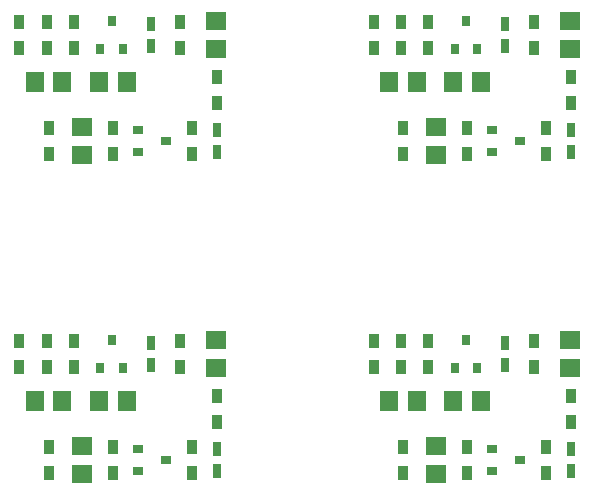
<source format=gtp>
%MOIN*%
%OFA0B0*%
%FSLAX46Y46*%
%IPPOS*%
%LPD*%
%ADD10C,0.0039370078740157488*%
%ADD11R,0.029527559055118113X0.047244094488188976*%
%ADD12R,0.035433070866141732X0.031496062992125991*%
%ADD13R,0.061000000000000006X0.0709*%
%ADD14R,0.031496062992125991X0.035433070866141732*%
%ADD15R,0.035433070866141732X0.047244094488188976*%
%ADD16R,0.0709X0.061000000000000006*%
%ADD27C,0.0039370078740157488*%
%ADD28R,0.029527559055118113X0.047244094488188976*%
%ADD29R,0.035433070866141732X0.031496062992125991*%
%ADD30R,0.061000000000000006X0.0709*%
%ADD31R,0.031496062992125991X0.035433070866141732*%
%ADD32R,0.035433070866141732X0.047244094488188976*%
%ADD33R,0.0709X0.061000000000000006*%
%ADD44C,0.0039370078740157488*%
%ADD45R,0.029527559055118113X0.047244094488188976*%
%ADD46R,0.035433070866141732X0.031496062992125991*%
%ADD47R,0.061000000000000006X0.0709*%
%ADD48R,0.031496062992125991X0.035433070866141732*%
%ADD49R,0.035433070866141732X0.047244094488188976*%
%ADD50R,0.0709X0.061000000000000006*%
%ADD61C,0.0039370078740157488*%
%ADD62R,0.029527559055118113X0.047244094488188976*%
%ADD63R,0.035433070866141732X0.031496062992125991*%
%ADD64R,0.061000000000000006X0.0709*%
%ADD65R,0.031496062992125991X0.035433070866141732*%
%ADD66R,0.035433070866141732X0.047244094488188976*%
%ADD67R,0.0709X0.061000000000000006*%
%LPD*%
G01*
D10*
D11*
X-0005354330Y0004488188D02*
X0000803149Y0000671259D03*
X0000803149Y0000746062D03*
D12*
X0000759842Y0000391732D03*
X0000759842Y0000316929D03*
X0000854330Y0000354330D03*
D13*
X0000630865Y0000551181D03*
X0000723465Y0000551181D03*
D14*
X0000635826Y0000661417D03*
X0000710629Y0000661417D03*
X0000673228Y0000755905D03*
D15*
X0000547244Y0000751968D03*
X0000547244Y0000665354D03*
D16*
X0001019685Y0000662361D03*
X0001019685Y0000754961D03*
D11*
X0001023622Y0000391732D03*
X0001023622Y0000316929D03*
D16*
X0000574803Y0000308030D03*
X0000574803Y0000400630D03*
D15*
X0000901574Y0000665354D03*
X0000901574Y0000751968D03*
X0000456692Y0000751968D03*
X0000456692Y0000665354D03*
X0000940944Y0000397637D03*
X0000940944Y0000311023D03*
X0000677165Y0000311023D03*
X0000677165Y0000397637D03*
X0000464566Y0000311023D03*
X0000464566Y0000397637D03*
X0000366141Y0000751968D03*
X0000366141Y0000665354D03*
X0001023622Y0000566929D03*
X0001023622Y0000480314D03*
D13*
X0000416716Y0000551210D03*
X0000509316Y0000551210D03*
G01*
D27*
D28*
X-0005354330Y0005551181D02*
X0000803149Y0001734250D03*
X0000803149Y0001809054D03*
D29*
X0000759842Y0001454724D03*
X0000759842Y0001379921D03*
X0000854330Y0001417321D03*
D30*
X0000630865Y0001614173D03*
X0000723465Y0001614173D03*
D31*
X0000635826Y0001724409D03*
X0000710629Y0001724409D03*
X0000673228Y0001818897D03*
D32*
X0000547244Y0001814959D03*
X0000547244Y0001728346D03*
D33*
X0001019685Y0001725353D03*
X0001019685Y0001817953D03*
D28*
X0001023622Y0001454724D03*
X0001023622Y0001379921D03*
D33*
X0000574803Y0001371022D03*
X0000574803Y0001463622D03*
D32*
X0000901574Y0001728346D03*
X0000901574Y0001814959D03*
X0000456692Y0001814959D03*
X0000456692Y0001728346D03*
X0000940944Y0001460629D03*
X0000940944Y0001374015D03*
X0000677165Y0001374015D03*
X0000677165Y0001460629D03*
X0000464566Y0001374015D03*
X0000464566Y0001460629D03*
X0000366141Y0001814959D03*
X0000366141Y0001728346D03*
X0001023622Y0001629921D03*
X0001023622Y0001543307D03*
D30*
X0000416716Y0001614201D03*
X0000509316Y0001614201D03*
G04 next file*
%LPD*%
G01*
D44*
D45*
X-0004173228Y0004488188D02*
X0001984251Y0000671259D03*
X0001984251Y0000746062D03*
D46*
X0001940944Y0000391732D03*
X0001940944Y0000316929D03*
X0002035432Y0000354330D03*
D47*
X0001811967Y0000551181D03*
X0001904567Y0000551181D03*
D48*
X0001816928Y0000661417D03*
X0001891732Y0000661417D03*
X0001854330Y0000755905D03*
D49*
X0001728346Y0000751968D03*
X0001728346Y0000665354D03*
D50*
X0002200787Y0000662361D03*
X0002200787Y0000754961D03*
D45*
X0002204724Y0000391732D03*
X0002204724Y0000316929D03*
D50*
X0001755905Y0000308030D03*
X0001755905Y0000400630D03*
D49*
X0002082677Y0000665354D03*
X0002082677Y0000751968D03*
X0001637795Y0000751968D03*
X0001637795Y0000665354D03*
X0002122047Y0000397637D03*
X0002122047Y0000311023D03*
X0001858267Y0000311023D03*
X0001858267Y0000397637D03*
X0001645668Y0000311023D03*
X0001645668Y0000397637D03*
X0001547244Y0000751968D03*
X0001547244Y0000665354D03*
X0002204724Y0000566929D03*
X0002204724Y0000480314D03*
D47*
X0001597819Y0000551210D03*
X0001690418Y0000551210D03*
G04 next file*
G04 #@! TF.FileFunction,Paste,Top*
G04 Gerber Fmt 4.6, Leading zero omitted, Abs format (unit mm)*
G04 Created by KiCad (PCBNEW 4.0.4-1.fc24-product) date Mon Apr 30 14:16:04 2018*
G01*
G04 APERTURE LIST*
G04 APERTURE END LIST*
D61*
D62*
X-0004173228Y0005551181D02*
X0001984251Y0001734250D03*
X0001984251Y0001809054D03*
D63*
X0001940944Y0001454724D03*
X0001940944Y0001379921D03*
X0002035432Y0001417321D03*
D64*
X0001811967Y0001614173D03*
X0001904567Y0001614173D03*
D65*
X0001816928Y0001724409D03*
X0001891732Y0001724409D03*
X0001854330Y0001818897D03*
D66*
X0001728346Y0001814959D03*
X0001728346Y0001728346D03*
D67*
X0002200787Y0001725353D03*
X0002200787Y0001817953D03*
D62*
X0002204724Y0001454724D03*
X0002204724Y0001379921D03*
D67*
X0001755905Y0001371022D03*
X0001755905Y0001463622D03*
D66*
X0002082677Y0001728346D03*
X0002082677Y0001814959D03*
X0001637795Y0001814959D03*
X0001637795Y0001728346D03*
X0002122047Y0001460629D03*
X0002122047Y0001374015D03*
X0001858267Y0001374015D03*
X0001858267Y0001460629D03*
X0001645668Y0001374015D03*
X0001645668Y0001460629D03*
X0001547244Y0001814959D03*
X0001547244Y0001728346D03*
X0002204724Y0001629921D03*
X0002204724Y0001543307D03*
D64*
X0001597819Y0001614201D03*
X0001690418Y0001614201D03*
M02*
</source>
